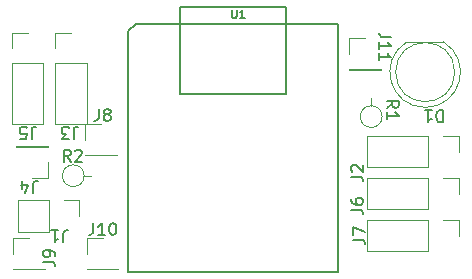
<source format=gbr>
%TF.GenerationSoftware,KiCad,Pcbnew,8.0.0*%
%TF.CreationDate,2024-03-06T11:50:55-05:00*%
%TF.ProjectId,sensobot,73656e73-6f62-46f7-942e-6b696361645f,rev?*%
%TF.SameCoordinates,Original*%
%TF.FileFunction,Legend,Top*%
%TF.FilePolarity,Positive*%
%FSLAX46Y46*%
G04 Gerber Fmt 4.6, Leading zero omitted, Abs format (unit mm)*
G04 Created by KiCad (PCBNEW 8.0.0) date 2024-03-06 11:50:55*
%MOMM*%
%LPD*%
G01*
G04 APERTURE LIST*
%ADD10C,0.150000*%
%ADD11C,0.120000*%
%ADD12C,0.127000*%
G04 APERTURE END LIST*
D10*
X124062333Y-87544180D02*
X124062333Y-86829895D01*
X124062333Y-86829895D02*
X124109952Y-86687038D01*
X124109952Y-86687038D02*
X124205190Y-86591800D01*
X124205190Y-86591800D02*
X124348047Y-86544180D01*
X124348047Y-86544180D02*
X124443285Y-86544180D01*
X123062333Y-86544180D02*
X123633761Y-86544180D01*
X123348047Y-86544180D02*
X123348047Y-87544180D01*
X123348047Y-87544180D02*
X123443285Y-87401323D01*
X123443285Y-87401323D02*
X123538523Y-87306085D01*
X123538523Y-87306085D02*
X123633761Y-87258466D01*
X126602476Y-85945819D02*
X126602476Y-86660104D01*
X126602476Y-86660104D02*
X126554857Y-86802961D01*
X126554857Y-86802961D02*
X126459619Y-86898200D01*
X126459619Y-86898200D02*
X126316762Y-86945819D01*
X126316762Y-86945819D02*
X126221524Y-86945819D01*
X127602476Y-86945819D02*
X127031048Y-86945819D01*
X127316762Y-86945819D02*
X127316762Y-85945819D01*
X127316762Y-85945819D02*
X127221524Y-86088676D01*
X127221524Y-86088676D02*
X127126286Y-86183914D01*
X127126286Y-86183914D02*
X127031048Y-86231533D01*
X128221524Y-85945819D02*
X128316762Y-85945819D01*
X128316762Y-85945819D02*
X128412000Y-85993438D01*
X128412000Y-85993438D02*
X128459619Y-86041057D01*
X128459619Y-86041057D02*
X128507238Y-86136295D01*
X128507238Y-86136295D02*
X128554857Y-86326771D01*
X128554857Y-86326771D02*
X128554857Y-86564866D01*
X128554857Y-86564866D02*
X128507238Y-86755342D01*
X128507238Y-86755342D02*
X128459619Y-86850580D01*
X128459619Y-86850580D02*
X128412000Y-86898200D01*
X128412000Y-86898200D02*
X128316762Y-86945819D01*
X128316762Y-86945819D02*
X128221524Y-86945819D01*
X128221524Y-86945819D02*
X128126286Y-86898200D01*
X128126286Y-86898200D02*
X128078667Y-86850580D01*
X128078667Y-86850580D02*
X128031048Y-86755342D01*
X128031048Y-86755342D02*
X127983429Y-86564866D01*
X127983429Y-86564866D02*
X127983429Y-86326771D01*
X127983429Y-86326771D02*
X128031048Y-86136295D01*
X128031048Y-86136295D02*
X128078667Y-86041057D01*
X128078667Y-86041057D02*
X128126286Y-85993438D01*
X128126286Y-85993438D02*
X128221524Y-85945819D01*
X122371019Y-89211933D02*
X123085304Y-89211933D01*
X123085304Y-89211933D02*
X123228161Y-89259552D01*
X123228161Y-89259552D02*
X123323400Y-89354790D01*
X123323400Y-89354790D02*
X123371019Y-89497647D01*
X123371019Y-89497647D02*
X123371019Y-89592885D01*
X123371019Y-88688123D02*
X123371019Y-88497647D01*
X123371019Y-88497647D02*
X123323400Y-88402409D01*
X123323400Y-88402409D02*
X123275780Y-88354790D01*
X123275780Y-88354790D02*
X123132923Y-88259552D01*
X123132923Y-88259552D02*
X122942447Y-88211933D01*
X122942447Y-88211933D02*
X122561495Y-88211933D01*
X122561495Y-88211933D02*
X122466257Y-88259552D01*
X122466257Y-88259552D02*
X122418638Y-88307171D01*
X122418638Y-88307171D02*
X122371019Y-88402409D01*
X122371019Y-88402409D02*
X122371019Y-88592885D01*
X122371019Y-88592885D02*
X122418638Y-88688123D01*
X122418638Y-88688123D02*
X122466257Y-88735742D01*
X122466257Y-88735742D02*
X122561495Y-88783361D01*
X122561495Y-88783361D02*
X122799590Y-88783361D01*
X122799590Y-88783361D02*
X122894828Y-88735742D01*
X122894828Y-88735742D02*
X122942447Y-88688123D01*
X122942447Y-88688123D02*
X122990066Y-88592885D01*
X122990066Y-88592885D02*
X122990066Y-88402409D01*
X122990066Y-88402409D02*
X122942447Y-88307171D01*
X122942447Y-88307171D02*
X122894828Y-88259552D01*
X122894828Y-88259552D02*
X122799590Y-88211933D01*
X124705333Y-80722819D02*
X124372000Y-80246628D01*
X124133905Y-80722819D02*
X124133905Y-79722819D01*
X124133905Y-79722819D02*
X124514857Y-79722819D01*
X124514857Y-79722819D02*
X124610095Y-79770438D01*
X124610095Y-79770438D02*
X124657714Y-79818057D01*
X124657714Y-79818057D02*
X124705333Y-79913295D01*
X124705333Y-79913295D02*
X124705333Y-80056152D01*
X124705333Y-80056152D02*
X124657714Y-80151390D01*
X124657714Y-80151390D02*
X124610095Y-80199009D01*
X124610095Y-80199009D02*
X124514857Y-80246628D01*
X124514857Y-80246628D02*
X124133905Y-80246628D01*
X125086286Y-79818057D02*
X125133905Y-79770438D01*
X125133905Y-79770438D02*
X125229143Y-79722819D01*
X125229143Y-79722819D02*
X125467238Y-79722819D01*
X125467238Y-79722819D02*
X125562476Y-79770438D01*
X125562476Y-79770438D02*
X125610095Y-79818057D01*
X125610095Y-79818057D02*
X125657714Y-79913295D01*
X125657714Y-79913295D02*
X125657714Y-80008533D01*
X125657714Y-80008533D02*
X125610095Y-80151390D01*
X125610095Y-80151390D02*
X125038667Y-80722819D01*
X125038667Y-80722819D02*
X125657714Y-80722819D01*
X151468180Y-76164333D02*
X151944371Y-75831000D01*
X151468180Y-75592905D02*
X152468180Y-75592905D01*
X152468180Y-75592905D02*
X152468180Y-75973857D01*
X152468180Y-75973857D02*
X152420561Y-76069095D01*
X152420561Y-76069095D02*
X152372942Y-76116714D01*
X152372942Y-76116714D02*
X152277704Y-76164333D01*
X152277704Y-76164333D02*
X152134847Y-76164333D01*
X152134847Y-76164333D02*
X152039609Y-76116714D01*
X152039609Y-76116714D02*
X151991990Y-76069095D01*
X151991990Y-76069095D02*
X151944371Y-75973857D01*
X151944371Y-75973857D02*
X151944371Y-75592905D01*
X151468180Y-77116714D02*
X151468180Y-76545286D01*
X151468180Y-76831000D02*
X152468180Y-76831000D01*
X152468180Y-76831000D02*
X152325323Y-76735762D01*
X152325323Y-76735762D02*
X152230085Y-76640524D01*
X152230085Y-76640524D02*
X152182466Y-76545286D01*
X151833180Y-70187474D02*
X151118895Y-70187474D01*
X151118895Y-70187474D02*
X150976038Y-70139855D01*
X150976038Y-70139855D02*
X150880800Y-70044617D01*
X150880800Y-70044617D02*
X150833180Y-69901760D01*
X150833180Y-69901760D02*
X150833180Y-69806522D01*
X150833180Y-71187474D02*
X150833180Y-70616046D01*
X150833180Y-70901760D02*
X151833180Y-70901760D01*
X151833180Y-70901760D02*
X151690323Y-70806522D01*
X151690323Y-70806522D02*
X151595085Y-70711284D01*
X151595085Y-70711284D02*
X151547466Y-70616046D01*
X150833180Y-72139855D02*
X150833180Y-71568427D01*
X150833180Y-71854141D02*
X151833180Y-71854141D01*
X151833180Y-71854141D02*
X151690323Y-71758903D01*
X151690323Y-71758903D02*
X151595085Y-71663665D01*
X151595085Y-71663665D02*
X151547466Y-71568427D01*
X127078666Y-76293819D02*
X127078666Y-77008104D01*
X127078666Y-77008104D02*
X127031047Y-77150961D01*
X127031047Y-77150961D02*
X126935809Y-77246200D01*
X126935809Y-77246200D02*
X126792952Y-77293819D01*
X126792952Y-77293819D02*
X126697714Y-77293819D01*
X127697714Y-76722390D02*
X127602476Y-76674771D01*
X127602476Y-76674771D02*
X127554857Y-76627152D01*
X127554857Y-76627152D02*
X127507238Y-76531914D01*
X127507238Y-76531914D02*
X127507238Y-76484295D01*
X127507238Y-76484295D02*
X127554857Y-76389057D01*
X127554857Y-76389057D02*
X127602476Y-76341438D01*
X127602476Y-76341438D02*
X127697714Y-76293819D01*
X127697714Y-76293819D02*
X127888190Y-76293819D01*
X127888190Y-76293819D02*
X127983428Y-76341438D01*
X127983428Y-76341438D02*
X128031047Y-76389057D01*
X128031047Y-76389057D02*
X128078666Y-76484295D01*
X128078666Y-76484295D02*
X128078666Y-76531914D01*
X128078666Y-76531914D02*
X128031047Y-76627152D01*
X128031047Y-76627152D02*
X127983428Y-76674771D01*
X127983428Y-76674771D02*
X127888190Y-76722390D01*
X127888190Y-76722390D02*
X127697714Y-76722390D01*
X127697714Y-76722390D02*
X127602476Y-76770009D01*
X127602476Y-76770009D02*
X127554857Y-76817628D01*
X127554857Y-76817628D02*
X127507238Y-76912866D01*
X127507238Y-76912866D02*
X127507238Y-77103342D01*
X127507238Y-77103342D02*
X127554857Y-77198580D01*
X127554857Y-77198580D02*
X127602476Y-77246200D01*
X127602476Y-77246200D02*
X127697714Y-77293819D01*
X127697714Y-77293819D02*
X127888190Y-77293819D01*
X127888190Y-77293819D02*
X127983428Y-77246200D01*
X127983428Y-77246200D02*
X128031047Y-77198580D01*
X128031047Y-77198580D02*
X128078666Y-77103342D01*
X128078666Y-77103342D02*
X128078666Y-76912866D01*
X128078666Y-76912866D02*
X128031047Y-76817628D01*
X128031047Y-76817628D02*
X127983428Y-76770009D01*
X127983428Y-76770009D02*
X127888190Y-76722390D01*
X148583819Y-87332333D02*
X149298104Y-87332333D01*
X149298104Y-87332333D02*
X149440961Y-87379952D01*
X149440961Y-87379952D02*
X149536200Y-87475190D01*
X149536200Y-87475190D02*
X149583819Y-87618047D01*
X149583819Y-87618047D02*
X149583819Y-87713285D01*
X148583819Y-86951380D02*
X148583819Y-86284714D01*
X148583819Y-86284714D02*
X149583819Y-86713285D01*
X148456819Y-84799333D02*
X149171104Y-84799333D01*
X149171104Y-84799333D02*
X149313961Y-84846952D01*
X149313961Y-84846952D02*
X149409200Y-84942190D01*
X149409200Y-84942190D02*
X149456819Y-85085047D01*
X149456819Y-85085047D02*
X149456819Y-85180285D01*
X148456819Y-83894571D02*
X148456819Y-84085047D01*
X148456819Y-84085047D02*
X148504438Y-84180285D01*
X148504438Y-84180285D02*
X148552057Y-84227904D01*
X148552057Y-84227904D02*
X148694914Y-84323142D01*
X148694914Y-84323142D02*
X148885390Y-84370761D01*
X148885390Y-84370761D02*
X149266342Y-84370761D01*
X149266342Y-84370761D02*
X149361580Y-84323142D01*
X149361580Y-84323142D02*
X149409200Y-84275523D01*
X149409200Y-84275523D02*
X149456819Y-84180285D01*
X149456819Y-84180285D02*
X149456819Y-83989809D01*
X149456819Y-83989809D02*
X149409200Y-83894571D01*
X149409200Y-83894571D02*
X149361580Y-83846952D01*
X149361580Y-83846952D02*
X149266342Y-83799333D01*
X149266342Y-83799333D02*
X149028247Y-83799333D01*
X149028247Y-83799333D02*
X148933009Y-83846952D01*
X148933009Y-83846952D02*
X148885390Y-83894571D01*
X148885390Y-83894571D02*
X148837771Y-83989809D01*
X148837771Y-83989809D02*
X148837771Y-84180285D01*
X148837771Y-84180285D02*
X148885390Y-84275523D01*
X148885390Y-84275523D02*
X148933009Y-84323142D01*
X148933009Y-84323142D02*
X149028247Y-84370761D01*
X121395333Y-78781180D02*
X121395333Y-78066895D01*
X121395333Y-78066895D02*
X121442952Y-77924038D01*
X121442952Y-77924038D02*
X121538190Y-77828800D01*
X121538190Y-77828800D02*
X121681047Y-77781180D01*
X121681047Y-77781180D02*
X121776285Y-77781180D01*
X120442952Y-78781180D02*
X120919142Y-78781180D01*
X120919142Y-78781180D02*
X120966761Y-78304990D01*
X120966761Y-78304990D02*
X120919142Y-78352609D01*
X120919142Y-78352609D02*
X120823904Y-78400228D01*
X120823904Y-78400228D02*
X120585809Y-78400228D01*
X120585809Y-78400228D02*
X120490571Y-78352609D01*
X120490571Y-78352609D02*
X120442952Y-78304990D01*
X120442952Y-78304990D02*
X120395333Y-78209752D01*
X120395333Y-78209752D02*
X120395333Y-77971657D01*
X120395333Y-77971657D02*
X120442952Y-77876419D01*
X120442952Y-77876419D02*
X120490571Y-77828800D01*
X120490571Y-77828800D02*
X120585809Y-77781180D01*
X120585809Y-77781180D02*
X120823904Y-77781180D01*
X120823904Y-77781180D02*
X120919142Y-77828800D01*
X120919142Y-77828800D02*
X120966761Y-77876419D01*
X121522333Y-83353180D02*
X121522333Y-82638895D01*
X121522333Y-82638895D02*
X121569952Y-82496038D01*
X121569952Y-82496038D02*
X121665190Y-82400800D01*
X121665190Y-82400800D02*
X121808047Y-82353180D01*
X121808047Y-82353180D02*
X121903285Y-82353180D01*
X120617571Y-83019847D02*
X120617571Y-82353180D01*
X120855666Y-83400800D02*
X121093761Y-82686514D01*
X121093761Y-82686514D02*
X120474714Y-82686514D01*
X124951333Y-78781180D02*
X124951333Y-78066895D01*
X124951333Y-78066895D02*
X124998952Y-77924038D01*
X124998952Y-77924038D02*
X125094190Y-77828800D01*
X125094190Y-77828800D02*
X125237047Y-77781180D01*
X125237047Y-77781180D02*
X125332285Y-77781180D01*
X124570380Y-78781180D02*
X123951333Y-78781180D01*
X123951333Y-78781180D02*
X124284666Y-78400228D01*
X124284666Y-78400228D02*
X124141809Y-78400228D01*
X124141809Y-78400228D02*
X124046571Y-78352609D01*
X124046571Y-78352609D02*
X123998952Y-78304990D01*
X123998952Y-78304990D02*
X123951333Y-78209752D01*
X123951333Y-78209752D02*
X123951333Y-77971657D01*
X123951333Y-77971657D02*
X123998952Y-77876419D01*
X123998952Y-77876419D02*
X124046571Y-77828800D01*
X124046571Y-77828800D02*
X124141809Y-77781180D01*
X124141809Y-77781180D02*
X124427523Y-77781180D01*
X124427523Y-77781180D02*
X124522761Y-77828800D01*
X124522761Y-77828800D02*
X124570380Y-77876419D01*
X148456819Y-82008833D02*
X149171104Y-82008833D01*
X149171104Y-82008833D02*
X149313961Y-82056452D01*
X149313961Y-82056452D02*
X149409200Y-82151690D01*
X149409200Y-82151690D02*
X149456819Y-82294547D01*
X149456819Y-82294547D02*
X149456819Y-82389785D01*
X148552057Y-81580261D02*
X148504438Y-81532642D01*
X148504438Y-81532642D02*
X148456819Y-81437404D01*
X148456819Y-81437404D02*
X148456819Y-81199309D01*
X148456819Y-81199309D02*
X148504438Y-81104071D01*
X148504438Y-81104071D02*
X148552057Y-81056452D01*
X148552057Y-81056452D02*
X148647295Y-81008833D01*
X148647295Y-81008833D02*
X148742533Y-81008833D01*
X148742533Y-81008833D02*
X148885390Y-81056452D01*
X148885390Y-81056452D02*
X149456819Y-81627880D01*
X149456819Y-81627880D02*
X149456819Y-81008833D01*
X156217094Y-76384180D02*
X156217094Y-77384180D01*
X156217094Y-77384180D02*
X155978999Y-77384180D01*
X155978999Y-77384180D02*
X155836142Y-77336561D01*
X155836142Y-77336561D02*
X155740904Y-77241323D01*
X155740904Y-77241323D02*
X155693285Y-77146085D01*
X155693285Y-77146085D02*
X155645666Y-76955609D01*
X155645666Y-76955609D02*
X155645666Y-76812752D01*
X155645666Y-76812752D02*
X155693285Y-76622276D01*
X155693285Y-76622276D02*
X155740904Y-76527038D01*
X155740904Y-76527038D02*
X155836142Y-76431800D01*
X155836142Y-76431800D02*
X155978999Y-76384180D01*
X155978999Y-76384180D02*
X156217094Y-76384180D01*
X154693285Y-76384180D02*
X155264713Y-76384180D01*
X154978999Y-76384180D02*
X154978999Y-77384180D01*
X154978999Y-77384180D02*
X155074237Y-77241323D01*
X155074237Y-77241323D02*
X155169475Y-77146085D01*
X155169475Y-77146085D02*
X155264713Y-77098466D01*
X138344666Y-67874783D02*
X138344666Y-68441450D01*
X138344666Y-68441450D02*
X138378000Y-68508116D01*
X138378000Y-68508116D02*
X138411333Y-68541450D01*
X138411333Y-68541450D02*
X138478000Y-68574783D01*
X138478000Y-68574783D02*
X138611333Y-68574783D01*
X138611333Y-68574783D02*
X138678000Y-68541450D01*
X138678000Y-68541450D02*
X138711333Y-68508116D01*
X138711333Y-68508116D02*
X138744666Y-68441450D01*
X138744666Y-68441450D02*
X138744666Y-67874783D01*
X139444666Y-68574783D02*
X139044666Y-68574783D01*
X139244666Y-68574783D02*
X139244666Y-67874783D01*
X139244666Y-67874783D02*
X139177999Y-67974783D01*
X139177999Y-67974783D02*
X139111333Y-68041450D01*
X139111333Y-68041450D02*
X139044666Y-68074783D01*
D11*
%TO.C,J1*%
X125445000Y-84018000D02*
X125445000Y-85348000D01*
X124115000Y-84018000D02*
X125445000Y-84018000D01*
X122845000Y-84018000D02*
X120245000Y-84018000D01*
X122845000Y-84018000D02*
X122845000Y-86678000D01*
X120245000Y-84018000D02*
X120245000Y-86678000D01*
X122845000Y-86678000D02*
X120245000Y-86678000D01*
%TO.C,J10*%
X128742000Y-89793000D02*
X128742000Y-89853000D01*
X126082000Y-89853000D02*
X128742000Y-89853000D01*
X126082000Y-89793000D02*
X128742000Y-89793000D01*
X126082000Y-89793000D02*
X126082000Y-89853000D01*
X126082000Y-88523000D02*
X126082000Y-87193000D01*
X126082000Y-87193000D02*
X127412000Y-87193000D01*
%TO.C,J9*%
X119859000Y-87193000D02*
X121189000Y-87193000D01*
X119859000Y-88523000D02*
X119859000Y-87193000D01*
X119859000Y-89793000D02*
X119859000Y-89853000D01*
X119859000Y-89793000D02*
X122519000Y-89793000D01*
X119859000Y-89853000D02*
X122519000Y-89853000D01*
X122519000Y-89793000D02*
X122519000Y-89853000D01*
%TO.C,R2*%
X125842000Y-81919000D02*
X126462000Y-81919000D01*
X125842000Y-81919000D02*
G75*
G02*
X124002000Y-81919000I-920000J0D01*
G01*
X124002000Y-81919000D02*
G75*
G02*
X125842000Y-81919000I920000J0D01*
G01*
%TO.C,R1*%
X151065000Y-76916000D02*
G75*
G02*
X149225000Y-76916000I-920000J0D01*
G01*
X149225000Y-76916000D02*
G75*
G02*
X151065000Y-76916000I920000J0D01*
G01*
X150145000Y-75996000D02*
X150145000Y-75376000D01*
%TO.C,J11*%
X148307000Y-70302000D02*
X149637000Y-70302000D01*
X148307000Y-71632000D02*
X148307000Y-70302000D01*
X148307000Y-72902000D02*
X148307000Y-72962000D01*
X148307000Y-72902000D02*
X150967000Y-72902000D01*
X148307000Y-72962000D02*
X150967000Y-72962000D01*
X150967000Y-72902000D02*
X150967000Y-72962000D01*
%TO.C,J8*%
X125955000Y-77541000D02*
X127285000Y-77541000D01*
X125955000Y-78871000D02*
X125955000Y-77541000D01*
X125955000Y-80141000D02*
X125955000Y-80201000D01*
X125955000Y-80141000D02*
X128615000Y-80141000D01*
X125955000Y-80201000D02*
X128615000Y-80201000D01*
X128615000Y-80141000D02*
X128615000Y-80201000D01*
%TO.C,J7*%
X157556000Y-85669000D02*
X157556000Y-86999000D01*
X156226000Y-85669000D02*
X157556000Y-85669000D01*
X154956000Y-85669000D02*
X149816000Y-85669000D01*
X154956000Y-85669000D02*
X154956000Y-88329000D01*
X149816000Y-85669000D02*
X149816000Y-88329000D01*
X154956000Y-88329000D02*
X149816000Y-88329000D01*
%TO.C,J6*%
X154956000Y-84773000D02*
X149816000Y-84773000D01*
X149816000Y-82113000D02*
X149816000Y-84773000D01*
X154956000Y-82113000D02*
X154956000Y-84773000D01*
X154956000Y-82113000D02*
X149816000Y-82113000D01*
X156226000Y-82113000D02*
X157556000Y-82113000D01*
X157556000Y-82113000D02*
X157556000Y-83443000D01*
%TO.C,J5*%
X119732000Y-69809000D02*
X121062000Y-69809000D01*
X119732000Y-71139000D02*
X119732000Y-69809000D01*
X119732000Y-72409000D02*
X119732000Y-77549000D01*
X119732000Y-72409000D02*
X122392000Y-72409000D01*
X119732000Y-77549000D02*
X122392000Y-77549000D01*
X122392000Y-72409000D02*
X122392000Y-77549000D01*
%TO.C,J4*%
X120113000Y-79506000D02*
X120113000Y-79446000D01*
X122773000Y-79446000D02*
X120113000Y-79446000D01*
X122773000Y-79506000D02*
X120113000Y-79506000D01*
X122773000Y-79506000D02*
X122773000Y-79446000D01*
X122773000Y-80776000D02*
X122773000Y-82106000D01*
X122773000Y-82106000D02*
X121443000Y-82106000D01*
%TO.C,J3*%
X123415000Y-69809000D02*
X124745000Y-69809000D01*
X123415000Y-71139000D02*
X123415000Y-69809000D01*
X123415000Y-72409000D02*
X123415000Y-77549000D01*
X123415000Y-72409000D02*
X126075000Y-72409000D01*
X123415000Y-77549000D02*
X126075000Y-77549000D01*
X126075000Y-72409000D02*
X126075000Y-77549000D01*
%TO.C,J2*%
X154956000Y-81217000D02*
X149816000Y-81217000D01*
X149816000Y-78557000D02*
X149816000Y-81217000D01*
X154956000Y-78557000D02*
X154956000Y-81217000D01*
X154956000Y-78557000D02*
X149816000Y-78557000D01*
X156226000Y-78557000D02*
X157556000Y-78557000D01*
X157556000Y-78557000D02*
X157556000Y-79887000D01*
%TO.C,D1*%
X156262000Y-70591000D02*
X153172000Y-70591000D01*
X156261830Y-70591001D02*
G75*
G02*
X154716538Y-76140999I-1544830J-2559999D01*
G01*
X154717462Y-76141000D02*
G75*
G02*
X153172170Y-70591000I-462J2990000D01*
G01*
X157217000Y-73151000D02*
G75*
G02*
X152217000Y-73151000I-2500000J0D01*
G01*
X152217000Y-73151000D02*
G75*
G02*
X157217000Y-73151000I2500000J0D01*
G01*
D12*
%TO.C,U1*%
X129543500Y-69710750D02*
X129543500Y-90039250D01*
X129543500Y-90039250D02*
X147343500Y-90039250D01*
X130215041Y-69039250D02*
X129543500Y-69710750D01*
X133939500Y-74967250D02*
X133939500Y-67614250D01*
X133943500Y-67615250D02*
X142938500Y-67615250D01*
X142938500Y-67615250D02*
X142938500Y-74967250D01*
X142938500Y-74967250D02*
X133939500Y-74967250D01*
X147343500Y-69039250D02*
X130215041Y-69039250D01*
X147343500Y-90039250D02*
X147343500Y-69039250D01*
%TD*%
M02*

</source>
